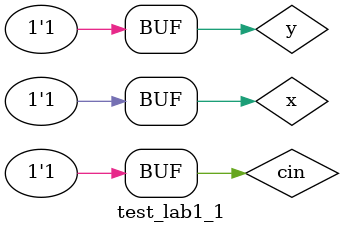
<source format=v>
`timescale 1ns / 1ps

module test_lab1_1();
wire s, cout;
reg x, y, cin;

Lab1_1 U0(.x(x), .y(y), .cin(cin), .s(s), .cout(cout));
initial
begin
    x=0;y=0;cin=0;
    #10 x=0;y=0;cin=1;
    #10 x=0;y=1;cin=0;
    #10 x=0;y=1;cin=1;
    #10 x=1;y=0;cin=0;
    #10 x=1;y=0;cin=1;
    #10 x=1;y=1;cin=0;
    #10 x=1;y=1;cin=1;
end 
endmodule

</source>
